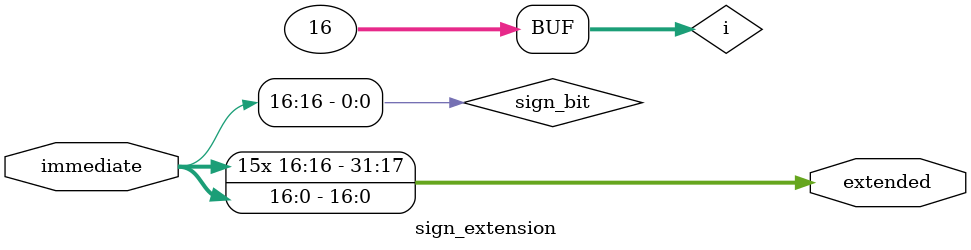
<source format=v>
module sign_extension(extended, immediate);
	output reg [31:0] extended;
	input [16:0] immediate;
	
	wire sign_bit;
	integer i;
	
	assign sign_bit = immediate[16];
	
	always @(*) begin
		extended[16:0] <= immediate;
	
		for (i = 31; i >= 17; i = i - 1) begin : sign_series
			extended[i] <= sign_bit;
		end
	end
endmodule
</source>
